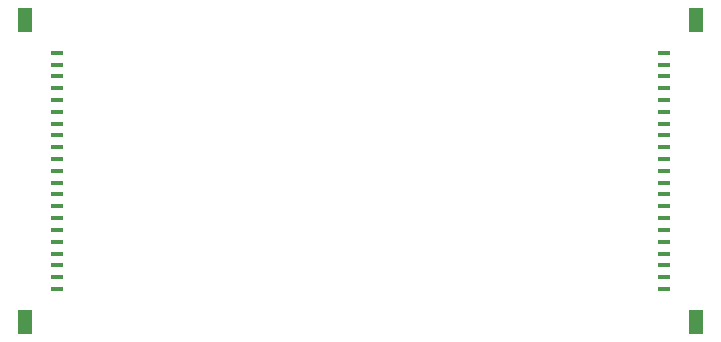
<source format=gbr>
%TF.GenerationSoftware,KiCad,Pcbnew,(6.0.4)*%
%TF.CreationDate,2022-05-17T22:38:10-07:00*%
%TF.ProjectId,ffc_interceptor,6666635f-696e-4746-9572-636570746f72,rev?*%
%TF.SameCoordinates,Original*%
%TF.FileFunction,Paste,Top*%
%TF.FilePolarity,Positive*%
%FSLAX46Y46*%
G04 Gerber Fmt 4.6, Leading zero omitted, Abs format (unit mm)*
G04 Created by KiCad (PCBNEW (6.0.4)) date 2022-05-17 22:38:10*
%MOMM*%
%LPD*%
G01*
G04 APERTURE LIST*
%ADD10R,1.000000X0.400000*%
%ADD11R,1.300000X2.000000*%
G04 APERTURE END LIST*
D10*
%TO.C,J1*%
X132588000Y-89070000D03*
X132588000Y-90070000D03*
X132588000Y-91070000D03*
X132588000Y-92070000D03*
X132588000Y-93070000D03*
X132588000Y-94070000D03*
X132588000Y-95070000D03*
X132588000Y-96070000D03*
X132588000Y-97070000D03*
X132588000Y-98070000D03*
X132588000Y-99070000D03*
X132588000Y-100070000D03*
X132588000Y-101070000D03*
X132588000Y-102070000D03*
X132588000Y-103070000D03*
X132588000Y-104070000D03*
X132588000Y-105070000D03*
X132588000Y-106070000D03*
X132588000Y-107070000D03*
X132588000Y-108070000D03*
X132588000Y-109070000D03*
D11*
X129888000Y-111870000D03*
X129888000Y-86270000D03*
%TD*%
D10*
%TO.C,J3*%
X184002000Y-109070000D03*
X184002000Y-108070000D03*
X184002000Y-107070000D03*
X184002000Y-106070000D03*
X184002000Y-105070000D03*
X184002000Y-104070000D03*
X184002000Y-103070000D03*
X184002000Y-102070000D03*
X184002000Y-101070000D03*
X184002000Y-100070000D03*
X184002000Y-99070000D03*
X184002000Y-98070000D03*
X184002000Y-97070000D03*
X184002000Y-96070000D03*
X184002000Y-95070000D03*
X184002000Y-94070000D03*
X184002000Y-93070000D03*
X184002000Y-92070000D03*
X184002000Y-91070000D03*
X184002000Y-90070000D03*
X184002000Y-89070000D03*
D11*
X186702000Y-111870000D03*
X186702000Y-86270000D03*
%TD*%
M02*

</source>
